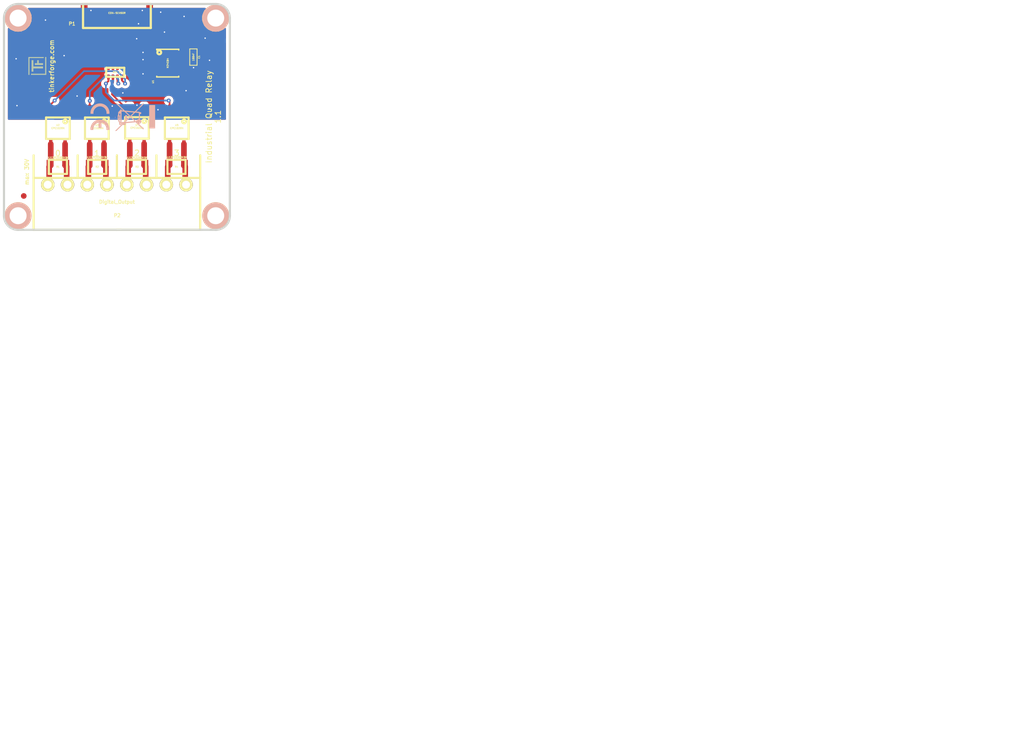
<source format=kicad_pcb>
(kicad_pcb (version 3) (host pcbnew "(2013-07-24 BZR 4024)-stable")
  (title_block (title "Industrial Quad Relay Bricklet") (rev 1.1) (company "Tinkerforge GmbH") (comment 1 "Licensed under CERN OHL v.1.1") (comment 2 "Copyright (©) 2013, B.Nordmeyer <bastian@tinkerforge.com>"))
  (layers (15 Front signal) (0 Back signal) (18 B.Paste user) (19 F.Paste user) (20 B.SilkS user) (21 F.SilkS user) (22 B.Mask user) (23 F.Mask user) (28 Edge.Cuts user))
  (net 0 "")
  (net 1 3V3)
  (net 2 GND)
  (net 3 N-000001)
  (net 4 N-000002)
  (net 5 N-000003)
  (net 6 N-000004)
  (net 7 N-000005)
  (net 8 N-000006)
  (net 9 N-000007)
  (net 10 N-000008)
  (net 11 N-000009)
  (net 12 N-000014)
  (net 13 N-000016)
  (net 14 N-000017)
  (net 15 N-000019)
  (net 16 N-000022)
  (net 17 N-000023)
  (net 18 OUTPUT1)
  (net 19 OUTPUT2)
  (net 20 OUTPUT3)
  (net 21 OUTPUT4)
  (module SOIC8 (layer Front) (at 126.8 48.525 270)
    (fp_text reference U1 (at 3.29946 2.60096 270) (layer F.SilkS) (effects (font (size 0.29972 0.29972) (thickness 0.0762))))
    (fp_text value M24C64 (at 0 0 270) (layer F.SilkS) (effects (font (size 0.29972 0.29972) (thickness 0.0762))))
    (pad 1 smd rect (at -1.90246 2.69748 90) (size 0.59944 1.5494) (layers Front F.Paste F.Mask) (net 2 GND))
    (pad 2 smd rect (at -0.63246 2.69748 90) (size 0.59944 1.5494) (layers Front F.Paste F.Mask) (net 2 GND))
    (pad 3 smd rect (at 0.63246 2.69748 90) (size 0.59944 1.5494) (layers Front F.Paste F.Mask) (net 13 N-000016))
    (pad 4 smd rect (at 1.90246 2.69748 90) (size 0.59944 1.5494) (layers Front F.Paste F.Mask) (net 2 GND))
    (pad 5 smd rect (at 1.90246 -2.69748 270) (size 0.59944 1.5494) (layers Front F.Paste F.Mask) (net 12 N-000014))
    (pad 6 smd rect (at 0.63246 -2.69748 270) (size 0.59944 1.5494) (layers Front F.Paste F.Mask) (net 14 N-000017))
    (pad 7 smd rect (at -0.63246 -2.69748 270) (size 0.59944 1.5494) (layers Front F.Paste F.Mask))
    (pad 8 smd rect (at -1.90246 -2.69748 270) (size 0.59944 1.5494) (layers Front F.Paste F.Mask) (net 1 3V3))
  )
  (module OQ_8P (layer Front) (at 117.80012 70.05066)
    (fp_text reference P2 (at 0.0508 5.45084) (layer F.SilkS) (effects (font (size 0.59944 0.59944) (thickness 0.12446))))
    (fp_text value Digital_Output (at 0 3.05054) (layer F.SilkS) (effects (font (size 0.59944 0.59944) (thickness 0.12446))))
    (pad 2 thru_hole circle (at -8.7503 0) (size 2.4003 2.4003) (drill 1.39954) (layers *.Cu *.Mask F.SilkS) (net 10 N-000008))
    (pad 3 thru_hole circle (at -5.25018 0) (size 2.4003 2.4003) (drill 1.39954) (layers *.Cu *.Mask F.SilkS) (net 8 N-000006))
    (pad 4 thru_hole circle (at -1.75006 0) (size 2.4003 2.4003) (drill 1.39954) (layers *.Cu *.Mask F.SilkS) (net 3 N-000001))
    (pad 1 thru_hole circle (at -12.25042 0) (size 2.4003 2.4003) (drill 1.39954) (layers *.Cu *.Mask F.SilkS) (net 9 N-000007))
    (pad 5 thru_hole circle (at 1.75006 0) (size 2.4003 2.4003) (drill 1.39954) (layers *.Cu *.Mask F.SilkS) (net 6 N-000004))
    (pad 6 thru_hole circle (at 5.25018 0) (size 2.4003 2.4003) (drill 1.39954) (layers *.Cu *.Mask F.SilkS) (net 7 N-000005))
    (pad 7 thru_hole circle (at 8.7503 0) (size 2.4003 2.4003) (drill 1.39954) (layers *.Cu *.Mask F.SilkS) (net 5 N-000003))
    (pad 8 thru_hole circle (at 12.25042 0) (size 2.4003 2.4003) (drill 1.39954) (layers *.Cu *.Mask F.SilkS) (net 15 N-000019))
  )
  (module CON-SENSOR (layer Front) (at 117.80012 38.0492 180)
    (fp_text reference P1 (at 7.9502 -3.50012 180) (layer F.SilkS) (effects (font (size 0.59944 0.59944) (thickness 0.12446))))
    (fp_text value CON-SENSOR (at 0 -1.6002 180) (layer F.SilkS) (effects (font (size 0.29972 0.29972) (thickness 0.07112))))
    (pad 1 smd rect (at -4.50088 -4.7752 180) (size 0.59944 1.5494) (layers Front F.Paste F.Mask))
    (pad 2 smd rect (at -3.50012 -4.7752 180) (size 0.59944 1.5494) (layers Front F.Paste F.Mask) (net 2 GND))
    (pad 3 smd rect (at -2.49936 -4.7752 180) (size 0.59944 1.5494) (layers Front F.Paste F.Mask) (net 1 3V3))
    (pad 4 smd rect (at -1.50114 -4.7752 180) (size 0.59944 1.5494) (layers Front F.Paste F.Mask) (net 14 N-000017))
    (pad 5 smd rect (at -0.50038 -4.7752 180) (size 0.59944 1.5494) (layers Front F.Paste F.Mask) (net 12 N-000014))
    (pad 6 smd rect (at 0.50038 -4.7752 180) (size 0.59944 1.5494) (layers Front F.Paste F.Mask) (net 13 N-000016))
    (pad 7 smd rect (at 1.50114 -4.7752 180) (size 0.59944 1.5494) (layers Front F.Paste F.Mask) (net 18 OUTPUT1))
    (pad 8 smd rect (at 2.49936 -4.7752 180) (size 0.59944 1.5494) (layers Front F.Paste F.Mask) (net 19 OUTPUT2))
    (pad 9 smd rect (at 3.50012 -4.7752 180) (size 0.59944 1.5494) (layers Front F.Paste F.Mask) (net 20 OUTPUT3))
    (pad 10 smd rect (at 4.50088 -4.7752 180) (size 0.59944 1.5494) (layers Front F.Paste F.Mask) (net 21 OUTPUT4))
    (pad EP smd rect (at -5.79882 -0.89916 180) (size 1.19888 1.80086) (layers Front F.Paste F.Mask) (net 2 GND))
    (pad EP smd rect (at 5.79882 -0.89916 180) (size 1.19888 1.80086) (layers Front F.Paste F.Mask) (net 2 GND))
  )
  (module 0603X4 (layer Front) (at 117.5004 50.14976)
    (fp_text reference RP1 (at 0 0) (layer F.SilkS) (effects (font (size 0.29972 0.29972) (thickness 0.0762))))
    (fp_text value 1k (at 0.89916 0) (layer F.SilkS) (effects (font (size 0.29972 0.29972) (thickness 0.0762))))
    (pad 1 smd rect (at 1.19888 -0.8509) (size 0.44958 0.89916) (layers Front F.Paste F.Mask) (net 18 OUTPUT1))
    (pad 2 smd rect (at 0.39878 -0.8509) (size 0.44958 0.89916) (layers Front F.Paste F.Mask) (net 19 OUTPUT2))
    (pad 3 smd rect (at -0.39878 -0.8509) (size 0.44958 0.89916) (layers Front F.Paste F.Mask) (net 20 OUTPUT3))
    (pad 4 smd rect (at -1.19888 -0.8509) (size 0.44958 0.89916) (layers Front F.Paste F.Mask) (net 21 OUTPUT4))
    (pad 5 smd rect (at -1.19888 0.8509) (size 0.44958 0.89916) (layers Front F.Paste F.Mask) (net 11 N-000009))
    (pad 6 smd rect (at -0.39878 0.8509) (size 0.44958 0.89916) (layers Front F.Paste F.Mask) (net 17 N-000023))
    (pad 7 smd rect (at 0.39878 0.8509) (size 0.44958 0.89916) (layers Front F.Paste F.Mask) (net 4 N-000002))
    (pad 8 smd rect (at 1.19888 0.8509) (size 0.44958 0.89916) (layers Front F.Paste F.Mask) (net 16 N-000022))
  )
  (module 0603 (layer Front) (at 131.35 47.45 270)
    (fp_text reference C1 (at 0 -1.00076 270) (layer F.SilkS) (effects (font (size 0.29972 0.29972) (thickness 0.0762))))
    (fp_text value 100nF (at 0 0 270) (layer F.SilkS) (effects (font (size 0.29972 0.29972) (thickness 0.0762))))
    (pad 1 smd rect (at -0.8001 0 270) (size 0.8001 0.8001) (layers Front F.Paste F.Mask) (net 1 3V3))
    (pad 2 smd rect (at 0.8001 0 270) (size 0.8001 0.8001) (layers Front F.Paste F.Mask) (net 2 GND))
  )
  (module 1210 (layer Front) (at 107.35056 66.89852)
    (fp_text reference R1 (at 0 0) (layer F.SilkS) (effects (font (size 0.29972 0.29972) (thickness 0.0762))))
    (fp_text value VJ13PC0300KBA (at 0.0508 -1.64846) (layer F.SilkS) (effects (font (size 0.29972 0.29972) (thickness 0.0762))))
    (pad 1 smd rect (at -1.5494 0) (size 0.89916 2.49936) (layers Front F.Paste F.Mask) (net 9 N-000007) (clearance 0.14986))
    (pad 2 smd rect (at 1.5494 0) (size 0.89916 2.49936) (layers Front F.Paste F.Mask) (net 10 N-000008) (clearance 0.14986))
  )
  (module 1210 (layer Front) (at 114.3 66.89852)
    (fp_text reference R2 (at 0 0) (layer F.SilkS) (effects (font (size 0.29972 0.29972) (thickness 0.0762))))
    (fp_text value VJ13PC0300KBA (at 0 -1.69926) (layer F.SilkS) (effects (font (size 0.29972 0.29972) (thickness 0.0762))))
    (pad 1 smd rect (at -1.5494 0) (size 0.89916 2.49936) (layers Front F.Paste F.Mask) (net 8 N-000006) (clearance 0.14986))
    (pad 2 smd rect (at 1.5494 0) (size 0.89916 2.49936) (layers Front F.Paste F.Mask) (net 3 N-000001) (clearance 0.14986))
  )
  (module 1210 (layer Front) (at 121.35104 66.89852)
    (fp_text reference R3 (at 0 0) (layer F.SilkS) (effects (font (size 0.29972 0.29972) (thickness 0.0762))))
    (fp_text value VJ13PC0300KBA (at 0 -1.64846) (layer F.SilkS) (effects (font (size 0.29972 0.29972) (thickness 0.0762))))
    (pad 1 smd rect (at -1.5494 0) (size 0.89916 2.49936) (layers Front F.Paste F.Mask) (net 6 N-000004) (clearance 0.14986))
    (pad 2 smd rect (at 1.5494 0) (size 0.89916 2.49936) (layers Front F.Paste F.Mask) (net 7 N-000005) (clearance 0.14986))
  )
  (module 1210 (layer Front) (at 128.35128 66.89852)
    (fp_text reference R4 (at 0 0) (layer F.SilkS) (effects (font (size 0.29972 0.29972) (thickness 0.0762))))
    (fp_text value VJ13PC0300KBA (at 0 -1.69926) (layer F.SilkS) (effects (font (size 0.29972 0.29972) (thickness 0.0762))))
    (pad 1 smd rect (at -1.5494 0) (size 0.89916 2.49936) (layers Front F.Paste F.Mask) (net 5 N-000003) (clearance 0.14986))
    (pad 2 smd rect (at 1.5494 0) (size 0.89916 2.49936) (layers Front F.Paste F.Mask) (net 15 N-000019) (clearance 0.14986))
  )
  (module Fiducial_Mark (layer Front) (at 101.30028 72.04964)
    (fp_text reference Fiducial_Mark hide)
    (fp_text value VAL** hide)
    (pad 1 smd circle (at 0 0) (size 1.00076 1.00076) (layers Front F.Mask) (clearance 0.65024))
  )
  (module Fiducial_Mark (layer Front) (at 135.8011 44.54906)
    (fp_text reference Fiducial_Mark hide)
    (fp_text value VAL** hide)
    (pad 1 smd circle (at 0 0) (size 1.00076 1.00076) (layers Front F.Mask) (clearance 0.65024))
  )
  (module Logo_31x31 (layer Front) (at 102.12578 50.59934 90)
    (fp_text reference G*** hide)
    (fp_text value Logo_31x31 hide)
  )
  (module WEEE_7mm (layer Back) (at 121.05 58.05 90)
    (fp_text reference VAL hide)
    (fp_text value WEEE_7mm hide)
  )
  (module CE_5mm (layer Back) (at 114.8 58.05 270)
    (fp_text reference VAL hide)
    (fp_text value CE_5mm hide)
  )
  (module SOP4 (layer Front) (at 107.35056 60.04814)
    (fp_text reference U2 (at 0 -0.55118) (layer F.SilkS) (effects (font (size 0.29972 0.29972) (thickness 0.0762))))
    (fp_text value CPC1020N (at 0 0) (layer F.SilkS) (effects (font (size 0.29972 0.29972) (thickness 0.0762))))
    (pad 1 smd rect (at 1.27 -3.15) (size 0.59944 2) (layers Front F.Paste F.Mask) (net 1 3V3))
    (pad 2 smd rect (at -1.27 -3.15) (size 0.59944 2) (layers Front F.Paste F.Mask) (net 16 N-000022))
    (pad 3 smd rect (at -1.27 3) (size 0.59944 2) (layers Front F.Paste F.Mask) (net 9 N-000007))
    (pad 4 smd rect (at 1.27 3.15) (size 0.59944 2) (layers Front F.Paste F.Mask) (net 10 N-000008))
  )
  (module SOP4 (layer Front) (at 114.2492 60.04814)
    (fp_text reference U3 (at 0 -0.55118) (layer F.SilkS) (effects (font (size 0.29972 0.29972) (thickness 0.0762))))
    (fp_text value CPC1020N (at 0 0) (layer F.SilkS) (effects (font (size 0.29972 0.29972) (thickness 0.0762))))
    (pad 1 smd rect (at 1.27 -3.15) (size 0.59944 2) (layers Front F.Paste F.Mask) (net 1 3V3))
    (pad 2 smd rect (at -1.27 -3.15) (size 0.59944 2) (layers Front F.Paste F.Mask) (net 4 N-000002))
    (pad 3 smd rect (at -1.27 3) (size 0.59944 2) (layers Front F.Paste F.Mask) (net 8 N-000006))
    (pad 4 smd rect (at 1.27 3.15) (size 0.59944 2) (layers Front F.Paste F.Mask) (net 3 N-000001))
  )
  (module SOP4 (layer Front) (at 121.35104 59.99988)
    (fp_text reference U4 (at 0 -0.55118) (layer F.SilkS) (effects (font (size 0.29972 0.29972) (thickness 0.0762))))
    (fp_text value CPC1020N (at 0 0) (layer F.SilkS) (effects (font (size 0.29972 0.29972) (thickness 0.0762))))
    (pad 1 smd rect (at 1.27 -3.15) (size 0.59944 2) (layers Front F.Paste F.Mask) (net 1 3V3))
    (pad 2 smd rect (at -1.27 -3.15) (size 0.59944 2) (layers Front F.Paste F.Mask) (net 17 N-000023))
    (pad 3 smd rect (at -1.27 3) (size 0.59944 2) (layers Front F.Paste F.Mask) (net 6 N-000004))
    (pad 4 smd rect (at 1.27 3.15) (size 0.59944 2) (layers Front F.Paste F.Mask) (net 7 N-000005))
  )
  (module SOP4 (layer Front) (at 128.39954 60.04814)
    (fp_text reference U5 (at 0 -0.55118) (layer F.SilkS) (effects (font (size 0.29972 0.29972) (thickness 0.0762))))
    (fp_text value CPC1020N (at 0 0) (layer F.SilkS) (effects (font (size 0.29972 0.29972) (thickness 0.0762))))
    (pad 1 smd rect (at 1.27 -3.15) (size 0.59944 2) (layers Front F.Paste F.Mask) (net 1 3V3))
    (pad 2 smd rect (at -1.27 -3.15) (size 0.59944 2) (layers Front F.Paste F.Mask) (net 11 N-000009))
    (pad 3 smd rect (at -1.27 3) (size 0.59944 2) (layers Front F.Paste F.Mask) (net 5 N-000003))
    (pad 4 smd rect (at 1.27 3.15) (size 0.59944 2) (layers Front F.Paste F.Mask) (net 15 N-000019))
  )
  (module DRILL_NP (layer Front) (at 100.29952 75.54976)
    (fp_text reference U6 hide)
    (fp_text value DRILL hide)
    (pad "" thru_hole circle (at 0 0) (size 2.99974 2.99974) (drill 2.99974) (layers *.Cu *.SilkS *.Mask) (clearance 0.89916))
  )
  (module DRILL_NP (layer Front) (at 100.29952 40.54856)
    (fp_text reference U7 hide)
    (fp_text value DRILL hide)
    (pad "" thru_hole circle (at 0 0) (size 2.99974 2.99974) (drill 2.99974) (layers *.Cu *.SilkS *.Mask) (clearance 0.89916))
  )
  (module DRILL_NP (layer Front) (at 135.30072 40.54856)
    (fp_text reference U8 hide)
    (fp_text value DRILL hide)
    (pad "" thru_hole circle (at 0 0) (size 2.99974 2.99974) (drill 2.99974) (layers *.Cu *.SilkS *.Mask) (clearance 0.89916))
  )
  (module DRILL_NP (layer Front) (at 135.30072 75.54976)
    (fp_text reference U9 hide)
    (fp_text value DRILL hide)
    (pad "" thru_hole circle (at 0 0) (size 2.99974 2.99974) (drill 2.99974) (layers *.Cu *.SilkS *.Mask) (clearance 0.89916))
  )
  (gr_text "max 30V" (at 101.84892 67.80022 90) (layer F.SilkS) (effects (font (size 0.70104 0.70104) (thickness 0.14986))))
  (gr_line (start 132.5499 68.84924) (end 132.5499 64.84874) (angle 90) (layer F.SilkS) (width 0.381))
  (gr_line (start 124.80036 68.84924) (end 124.80036 64.84874) (angle 90) (layer F.SilkS) (width 0.381))
  (gr_line (start 117.80012 68.84924) (end 117.80012 64.84874) (angle 90) (layer F.SilkS) (width 0.381))
  (gr_line (start 110.85068 68.84924) (end 110.85068 64.84874) (angle 90) (layer F.SilkS) (width 0.381))
  (gr_line (start 103.05034 68.84924) (end 103.05034 64.84874) (angle 90) (layer F.SilkS) (width 0.381))
  (gr_text 3 (at 128.39954 64.44996) (layer F.SilkS) (effects (font (size 1.00076 1.00076) (thickness 0.14986))))
  (gr_text 2 (at 121.35104 64.44996) (layer F.SilkS) (effects (font (size 1.00076 1.00076) (thickness 0.14986))))
  (gr_text 1 (at 114.2492 64.49822) (layer F.SilkS) (effects (font (size 1.00076 1.00076) (thickness 0.14986))))
  (gr_text 0 (at 107.35056 64.49822) (layer F.SilkS) (effects (font (size 1.00076 1.00076) (thickness 0.14986))))
  (gr_text "Industrial Quad Relay\n1.1" (at 134.9 58.025 90) (layer F.SilkS) (effects (font (size 1 1))))
  (gr_text tinkerforge.com (at 106.25074 49.04994 90) (layer F.SilkS) (effects (font (size 0.8001 0.8001) (thickness 0.14986))))
  (gr_arc (start 100.29952 40.5511) (end 97.80016 40.5511) (angle 90) (layer Edge.Cuts) (width 0.381))
  (gr_arc (start 100.29952 75.54976) (end 100.29952 78.04912) (angle 90) (layer Edge.Cuts) (width 0.381))
  (gr_arc (start 135.29818 75.54976) (end 137.80008 75.54976) (angle 90) (layer Edge.Cuts) (width 0.381))
  (gr_arc (start 135.29818 40.5511) (end 135.29818 38.0492) (angle 90) (layer Edge.Cuts) (width 0.381))
  (gr_line (start 97.80016 40.5511) (end 97.80016 75.54976) (angle 90) (layer Edge.Cuts) (width 0.381))
  (gr_line (start 135.30072 38.0492) (end 100.29952 38.0492) (angle 90) (layer Edge.Cuts) (width 0.381))
  (gr_line (start 137.80262 75.54976) (end 137.80262 40.5511) (angle 90) (layer Edge.Cuts) (width 0.381))
  (gr_line (start 100.29952 78.04912) (end 135.30072 78.04912) (angle 90) (layer Edge.Cuts) (width 0.381))
  (segment (start 131.35 46.6499) (end 132.1749 46.6499) (width 0.29972) (layer Front) (net 1))
  (segment (start 130.55186 56.89814) (end 129.66954 56.89814) (width 0.29972) (layer Front) (net 1))
  (segment (start 132.975 54.475) (end 130.55186 56.89814) (width 0.29972) (layer Front) (net 1))
  (segment (start 132.975 47.45) (end 132.975 54.475) (width 0.29972) (layer Front) (net 1))
  (segment (start 132.1749 46.6499) (end 132.975 47.45) (width 0.29972) (layer Front) (net 1))
  (segment (start 131.35 46.6499) (end 129.52484 46.6499) (width 0.29972) (layer Front) (net 1))
  (segment (start 129.52484 46.6499) (end 129.49748 46.62254) (width 0.29972) (layer Front) (net 1))
  (segment (start 120.29948 42.8244) (end 120.29948 41.85052) (width 0.29972) (layer Front) (net 1))
  (segment (start 131.35 45.45) (end 131.35 46.6499) (width 0.29972) (layer Front) (net 1))
  (segment (start 126.725 40.825) (end 131.35 45.45) (width 0.29972) (layer Front) (net 1))
  (segment (start 121.325 40.825) (end 126.725 40.825) (width 0.29972) (layer Front) (net 1))
  (segment (start 120.29948 41.85052) (end 121.325 40.825) (width 0.29972) (layer Front) (net 1))
  (segment (start 129.05 58.375) (end 129.225 58.375) (width 0.29972) (layer Front) (net 1))
  (segment (start 129.05 58.375) (end 122.875 58.375) (width 0.29972) (layer Front) (net 1))
  (segment (start 129.225 58.375) (end 129.66954 57.93046) (width 0.29972) (layer Front) (net 1))
  (segment (start 129.66954 57.93046) (end 129.66954 56.89814) (width 0.29972) (layer Front) (net 1))
  (segment (start 115.925 58.375) (end 108.875 58.375) (width 0.29972) (layer Front) (net 1))
  (segment (start 108.62056 58.12056) (end 108.62056 56.89814) (width 0.29972) (layer Front) (net 1))
  (segment (start 108.875 58.375) (end 108.62056 58.12056) (width 0.29972) (layer Front) (net 1))
  (segment (start 122.875 58.375) (end 115.925 58.375) (width 0.29972) (layer Front) (net 1))
  (segment (start 115.5192 57.9692) (end 115.5192 56.89814) (width 0.29972) (layer Front) (net 1))
  (segment (start 115.925 58.375) (end 115.5192 57.9692) (width 0.29972) (layer Front) (net 1))
  (segment (start 122.62104 58.12104) (end 122.62104 56.84988) (width 0.29972) (layer Front) (net 1))
  (segment (start 122.875 58.375) (end 122.62104 58.12104) (width 0.29972) (layer Front) (net 1))
  (segment (start 122.425 50.425) (end 122.425 53.75) (width 0.29972) (layer Front) (net 2))
  (via (at 125.075 56.775) (size 0.70104) (layers Front Back) (net 2))
  (segment (start 125.075 56.4) (end 125.075 56.775) (width 0.29972) (layer Front) (net 2))
  (segment (start 122.425 53.75) (end 125.075 56.4) (width 0.29972) (layer Front) (net 2))
  (segment (start 122.425 50.425) (end 122.425 52.05) (width 0.29972) (layer Back) (net 2))
  (via (at 118.85 53.8) (size 0.70104) (layers Front Back) (net 2))
  (segment (start 120.675 53.8) (end 118.85 53.8) (width 0.29972) (layer Back) (net 2))
  (segment (start 122.425 52.05) (end 120.675 53.8) (width 0.29972) (layer Back) (net 2))
  (segment (start 129.7 40.25) (end 129 40.25) (width 0.29972) (layer Back) (net 2))
  (via (at 126.225 43.025) (size 0.70104) (layers Front Back) (net 2))
  (segment (start 129 40.25) (end 126.225 43.025) (width 0.29972) (layer Back) (net 2))
  (segment (start 125.55 39.5) (end 122.60118 39.5) (width 0.29972) (layer Back) (net 2))
  (segment (start 122.425 51.9) (end 123.925 53.4) (width 0.29972) (layer Front) (net 2))
  (segment (start 123.925 53.4) (end 130.05 53.4) (width 0.29972) (layer Front) (net 2))
  (via (at 130.05 53.4) (size 0.70104) (layers Front Back) (net 2))
  (segment (start 130.05 53.4) (end 133.25 56.6) (width 0.29972) (layer Back) (net 2))
  (segment (start 133.25 56.6) (end 134.125 56.6) (width 0.29972) (layer Back) (net 2))
  (via (at 134.125 56.6) (size 0.70104) (layers Front Back) (net 2))
  (segment (start 134.125 56.6) (end 134.2 56.525) (width 0.29972) (layer Front) (net 2))
  (segment (start 134.2 56.525) (end 134.2 48.025) (width 0.29972) (layer Front) (net 2))
  (via (at 134.2 48.025) (size 0.70104) (layers Front Back) (net 2))
  (segment (start 134.2 48.025) (end 133.425 47.25) (width 0.29972) (layer Back) (net 2))
  (segment (start 133.425 47.25) (end 133.425 44.1) (width 0.29972) (layer Back) (net 2))
  (via (at 133.425 44.1) (size 0.70104) (layers Front Back) (net 2))
  (segment (start 133.425 44.1) (end 129.7 40.375) (width 0.29972) (layer Front) (net 2))
  (segment (start 129.7 40.375) (end 129.7 40.25) (width 0.29972) (layer Front) (net 2))
  (via (at 129.7 40.25) (size 0.70104) (layers Front Back) (net 2))
  (segment (start 129.7 40.25) (end 128.95 39.5) (width 0.29972) (layer Back) (net 2))
  (segment (start 128.95 39.5) (end 125.55 39.5) (width 0.29972) (layer Back) (net 2))
  (via (at 125.55 39.5) (size 0.70104) (layers Front Back) (net 2))
  (segment (start 122.425 50.425) (end 122.425 51.9) (width 0.29972) (layer Front) (net 2))
  (segment (start 122.60118 39.5) (end 122.301 39.19982) (width 0.29972) (layer Back) (net 2))
  (segment (start 121.30024 42.8244) (end 121.30024 41.87476) (width 0.29972) (layer Front) (net 2))
  (segment (start 121.30024 41.87476) (end 121.625 41.55) (width 0.29972) (layer Front) (net 2))
  (via (at 121.625 41.55) (size 0.70104) (layers Front Back) (net 2))
  (segment (start 121.625 41.55) (end 122.301 40.874) (width 0.29972) (layer Back) (net 2))
  (segment (start 122.301 40.874) (end 122.301 39.19982) (width 0.29972) (layer Back) (net 2))
  (segment (start 122.425 47.9) (end 122.425 50.425) (width 0.29972) (layer Back) (net 2))
  (segment (start 122.42746 50.42746) (end 124.10252 50.42746) (width 0.29972) (layer Front) (net 2))
  (segment (start 122.425 50.425) (end 122.42746 50.42746) (width 0.29972) (layer Front) (net 2))
  (via (at 122.425 50.425) (size 0.70104) (layers Front Back) (net 2))
  (segment (start 124.10252 46.62254) (end 122.42746 46.62254) (width 0.29972) (layer Front) (net 2))
  (segment (start 122.425 46.625) (end 122.425 47.9) (width 0.29972) (layer Back) (net 2))
  (via (at 122.425 46.625) (size 0.70104) (layers Front Back) (net 2))
  (segment (start 122.42746 46.62254) (end 122.425 46.625) (width 0.29972) (layer Front) (net 2))
  (segment (start 131.35 48.2501) (end 131.35 49.3) (width 0.29972) (layer Front) (net 2))
  (segment (start 122.43246 47.89254) (end 124.10252 47.89254) (width 0.29972) (layer Front) (net 2))
  (segment (start 122.425 47.9) (end 122.43246 47.89254) (width 0.29972) (layer Front) (net 2))
  (via (at 122.425 47.9) (size 0.70104) (layers Front Back) (net 2))
  (segment (start 129.95 47.9) (end 122.425 47.9) (width 0.29972) (layer Back) (net 2))
  (segment (start 131.375 49.325) (end 129.95 47.9) (width 0.29972) (layer Back) (net 2))
  (via (at 131.375 49.325) (size 0.70104) (layers Front Back) (net 2))
  (segment (start 131.35 49.3) (end 131.375 49.325) (width 0.29972) (layer Front) (net 2))
  (via (at 122.301 39.19982) (size 0.70104) (layers Front Back) (net 2))
  (segment (start 123.59894 39.19982) (end 122.301 39.19982) (width 0.29972) (layer Front) (net 2))
  (segment (start 121.30024 42.8244) (end 121.30024 44.19854) (width 0.29972) (layer Front) (net 2))
  (segment (start 112.0013 38.94836) (end 107.10164 38.94836) (width 0.29972) (layer Front) (net 2))
  (segment (start 107.10164 38.94836) (end 105.15092 40.89908) (width 0.29972) (layer Front) (net 2))
  (segment (start 105.15092 40.89908) (end 105.15092 41.148) (width 0.29972) (layer Front) (net 2))
  (segment (start 113.20018 39.19982) (end 122.301 39.19982) (width 0.29972) (layer Back) (net 2))
  (via (at 113.20018 39.19982) (size 0.70104) (layers Front Back) (net 2))
  (segment (start 112.0013 39.19982) (end 113.20018 39.19982) (width 0.29972) (layer Front) (net 2))
  (segment (start 121.30024 44.19854) (end 111.45012 44.19854) (width 0.29972) (layer Back) (net 2))
  (via (at 121.30024 44.19854) (size 0.70104) (layers Front Back) (net 2))
  (via (at 108.45038 47.19828) (size 0.70104) (layers Front Back) (net 2))
  (segment (start 111.45012 44.19854) (end 108.45038 47.19828) (width 0.29972) (layer Back) (net 2))
  (segment (start 110.74908 54.34838) (end 115.1001 54.34838) (width 0.29972) (layer Front) (net 2))
  (segment (start 102.39756 56.05018) (end 104.09936 54.34838) (width 0.29972) (layer Front) (net 2))
  (segment (start 104.09936 54.34838) (end 110.74908 54.34838) (width 0.29972) (layer Front) (net 2))
  (via (at 110.74908 54.34838) (size 0.70104) (layers Front Back) (net 2))
  (segment (start 105.15092 40.89908) (end 105.15092 42.54754) (width 0.29972) (layer Front) (net 2))
  (via (at 105.15092 40.89908) (size 0.70104) (layers Front Back) (net 2))
  (via (at 100.1014 56.05018) (size 0.70104) (layers Front Back) (net 2))
  (segment (start 115.1001 54.34838) (end 116.975 56.125) (width 0.29972) (layer Front) (net 2))
  (via (at 116.975 56.125) (size 0.70104) (layers Front Back) (net 2))
  (segment (start 116.975 56.125) (end 116.7511 55.99938) (width 0.29972) (layer Back) (net 2))
  (segment (start 116.7511 55.99938) (end 121.35 55.975) (width 0.29972) (layer Back) (net 2))
  (via (at 121.35 55.975) (size 0.70104) (layers Front Back) (net 2))
  (segment (start 100.1014 56.05018) (end 102.39756 56.05018) (width 0.29972) (layer Front) (net 2))
  (segment (start 105.15092 42.54754) (end 99.949 47.74946) (width 0.29972) (layer Front) (net 2))
  (via (at 99.949 47.74946) (size 0.70104) (layers Front Back) (net 2))
  (segment (start 99.949 47.74946) (end 100.1014 47.90186) (width 0.29972) (layer Back) (net 2))
  (segment (start 100.1014 47.90186) (end 100.1014 56.05018) (width 0.29972) (layer Back) (net 2))
  (segment (start 115.8494 69.85) (end 116.05006 70.05066) (width 1.00076) (layer Front) (net 3))
  (segment (start 115.8494 66.89852) (end 115.8494 69.85) (width 1.00076) (layer Front) (net 3))
  (segment (start 115.5192 66.56832) (end 115.8494 66.89852) (width 1.00076) (layer Front) (net 3))
  (segment (start 115.5192 62.84722) (end 115.5192 66.56832) (width 1.00076) (layer Front) (net 3))
  (segment (start 112.9792 56.89814) (end 112.9792 55.2208) (width 0.29972) (layer Front) (net 4))
  (segment (start 112.99952 55.19952) (end 112.99952 53.54828) (width 0.29972) (layer Back) (net 4))
  (segment (start 113 55.2) (end 112.99952 55.19952) (width 0.29972) (layer Back) (net 4))
  (via (at 113 55.2) (size 0.70104) (layers Front Back) (net 4))
  (segment (start 112.9792 55.2208) (end 113 55.2) (width 0.29972) (layer Front) (net 4))
  (segment (start 118.04904 51.3969) (end 117.5004 50.84826) (width 0.29972) (layer Back) (net 4))
  (segment (start 117.5004 50.84826) (end 115.69954 50.84826) (width 0.29972) (layer Back) (net 4))
  (segment (start 115.69954 50.84826) (end 112.99952 53.54828) (width 0.29972) (layer Back) (net 4))
  (segment (start 117.89918 51.00066) (end 117.89918 51.99888) (width 0.29972) (layer Front) (net 4))
  (via (at 118.04904 52.14874) (size 0.70104) (layers Front Back) (net 4))
  (segment (start 117.89918 51.99888) (end 118.04904 52.14874) (width 0.29972) (layer Front) (net 4))
  (segment (start 118.04904 52.14874) (end 118.04904 51.3969) (width 0.29972) (layer Back) (net 4))
  (segment (start 127.12954 66.57086) (end 126.80188 66.89852) (width 1.00076) (layer Front) (net 5))
  (segment (start 127.12954 62.84722) (end 127.12954 66.57086) (width 1.00076) (layer Front) (net 5))
  (segment (start 126.80188 69.7992) (end 126.55042 70.05066) (width 1.00076) (layer Front) (net 5))
  (segment (start 126.80188 66.89852) (end 126.80188 69.7992) (width 1.00076) (layer Front) (net 5))
  (segment (start 119.80164 66.89852) (end 119.80164 69.7992) (width 1.00076) (layer Front) (net 6))
  (segment (start 119.80164 69.7992) (end 119.55018 70.05066) (width 1.00076) (layer Front) (net 6))
  (segment (start 120.08104 62.79896) (end 120.08104 66.61912) (width 1.00076) (layer Front) (net 6))
  (segment (start 120.08104 66.61912) (end 119.80164 66.89852) (width 1.00076) (layer Front) (net 6))
  (segment (start 122.90044 66.89852) (end 122.90044 69.9008) (width 1.00076) (layer Front) (net 7))
  (segment (start 122.90044 69.9008) (end 123.0503 70.05066) (width 1.00076) (layer Front) (net 7))
  (segment (start 122.62104 62.79896) (end 122.62104 66.61912) (width 1.00076) (layer Front) (net 7))
  (segment (start 122.62104 66.61912) (end 122.90044 66.89852) (width 1.00076) (layer Front) (net 7))
  (segment (start 112.9792 66.66992) (end 112.7506 66.89852) (width 1.00076) (layer Front) (net 8))
  (segment (start 112.9792 62.84722) (end 112.9792 66.66992) (width 1.00076) (layer Front) (net 8))
  (segment (start 112.7506 69.85) (end 112.54994 70.05066) (width 1.00076) (layer Front) (net 8))
  (segment (start 112.7506 66.89852) (end 112.7506 69.85) (width 1.00076) (layer Front) (net 8))
  (segment (start 106.08056 66.61912) (end 105.80116 66.89852) (width 1.00076) (layer Front) (net 9))
  (segment (start 106.08056 62.84722) (end 106.08056 66.61912) (width 1.00076) (layer Front) (net 9))
  (segment (start 105.80116 69.7992) (end 105.5497 70.05066) (width 1.00076) (layer Front) (net 9))
  (segment (start 105.80116 66.89852) (end 105.80116 69.7992) (width 1.00076) (layer Front) (net 9))
  (segment (start 108.62056 66.61912) (end 108.89996 66.89852) (width 1.00076) (layer Front) (net 10))
  (segment (start 108.62056 62.84722) (end 108.62056 66.61912) (width 1.00076) (layer Front) (net 10))
  (segment (start 108.89996 69.9008) (end 109.04982 70.05066) (width 1.00076) (layer Front) (net 10))
  (segment (start 108.89996 66.89852) (end 108.89996 69.9008) (width 1.00076) (layer Front) (net 10))
  (segment (start 127.12954 56.89814) (end 127.12954 55.30454) (width 0.29972) (layer Front) (net 11))
  (segment (start 126.97348 55.14848) (end 126.29896 55.14848) (width 0.29972) (layer Back) (net 11))
  (segment (start 126.975 55.15) (end 126.97348 55.14848) (width 0.29972) (layer Back) (net 11))
  (via (at 126.975 55.15) (size 0.70104) (layers Front Back) (net 11))
  (segment (start 127.12954 55.30454) (end 126.975 55.15) (width 0.29972) (layer Front) (net 11))
  (segment (start 115.8494 53.69814) (end 117.29974 55.14848) (width 0.29972) (layer Back) (net 11))
  (segment (start 117.29974 55.14848) (end 126.29896 55.14848) (width 0.29972) (layer Back) (net 11))
  (segment (start 116.30152 51.00066) (end 116.30152 51.69662) (width 0.29972) (layer Front) (net 11))
  (via (at 115.8494 52.14874) (size 0.70104) (layers Front Back) (net 11))
  (segment (start 116.30152 51.69662) (end 115.8494 52.14874) (width 0.29972) (layer Front) (net 11))
  (segment (start 115.8494 52.14874) (end 115.8494 53.69814) (width 0.29972) (layer Back) (net 11))
  (segment (start 118.3005 42.8244) (end 118.3005 43.9505) (width 0.29972) (layer Front) (net 12))
  (segment (start 128.07746 50.42746) (end 129.49748 50.42746) (width 0.29972) (layer Front) (net 12))
  (segment (start 127.075 49.425) (end 128.07746 50.42746) (width 0.29972) (layer Front) (net 12))
  (segment (start 127.075 46.825) (end 127.075 49.425) (width 0.29972) (layer Front) (net 12))
  (segment (start 125.95 45.7) (end 127.075 46.825) (width 0.29972) (layer Front) (net 12))
  (segment (start 120.05 45.7) (end 125.95 45.7) (width 0.29972) (layer Front) (net 12))
  (segment (start 118.3005 43.9505) (end 120.05 45.7) (width 0.29972) (layer Front) (net 12))
  (segment (start 124.10252 49.15746) (end 122.33246 49.15746) (width 0.29972) (layer Front) (net 13))
  (segment (start 117.29974 44.12474) (end 117.29974 42.8244) (width 0.29972) (layer Front) (net 13))
  (segment (start 122.33246 49.15746) (end 117.29974 44.12474) (width 0.29972) (layer Front) (net 13))
  (segment (start 129.49748 49.15746) (end 128.65746 49.15746) (width 0.29972) (layer Front) (net 14))
  (segment (start 119.30126 44.12626) (end 119.30126 42.8244) (width 0.29972) (layer Front) (net 14))
  (segment (start 120.15 44.975) (end 119.30126 44.12626) (width 0.29972) (layer Front) (net 14))
  (segment (start 126.775 44.975) (end 120.15 44.975) (width 0.29972) (layer Front) (net 14))
  (segment (start 128.025 46.225) (end 126.775 44.975) (width 0.29972) (layer Front) (net 14))
  (segment (start 128.025 48.525) (end 128.025 46.225) (width 0.29972) (layer Front) (net 14))
  (segment (start 128.65746 49.15746) (end 128.025 48.525) (width 0.29972) (layer Front) (net 14))
  (segment (start 129.66954 66.66738) (end 129.90068 66.89852) (width 1.00076) (layer Front) (net 15))
  (segment (start 129.66954 62.84722) (end 129.66954 66.66738) (width 1.00076) (layer Front) (net 15))
  (segment (start 129.90068 69.9008) (end 130.05054 70.05066) (width 1.00076) (layer Front) (net 15))
  (segment (start 129.90068 66.89852) (end 129.90068 69.9008) (width 1.00076) (layer Front) (net 15))
  (segment (start 106.08056 56.89814) (end 106.08056 55.84444) (width 0.29972) (layer Front) (net 16))
  (segment (start 111.9759 49.9491) (end 112.0013 49.9491) (width 0.29972) (layer Back) (net 16))
  (segment (start 106.775 55.15) (end 111.9759 49.9491) (width 0.29972) (layer Back) (net 16))
  (via (at 106.775 55.15) (size 0.70104) (layers Front Back) (net 16))
  (segment (start 106.08056 55.84444) (end 106.775 55.15) (width 0.29972) (layer Front) (net 16))
  (segment (start 119.25046 51.34864) (end 117.85092 49.9491) (width 0.29972) (layer Back) (net 16))
  (segment (start 117.85092 49.9491) (end 112.0013 49.9491) (width 0.29972) (layer Back) (net 16))
  (segment (start 118.69928 51.00066) (end 118.69928 51.59756) (width 0.29972) (layer Front) (net 16))
  (via (at 119.25046 52.14874) (size 0.70104) (layers Front Back) (net 16))
  (segment (start 118.69928 51.59756) (end 119.25046 52.14874) (width 0.29972) (layer Front) (net 16))
  (segment (start 119.25046 52.14874) (end 119.25046 51.34864) (width 0.29972) (layer Back) (net 16))
  (segment (start 116.94922 52.14874) (end 116.94922 54.06898) (width 0.29972) (layer Front) (net 17))
  (segment (start 117.10162 51.99634) (end 116.94922 52.14874) (width 0.29972) (layer Front) (net 17))
  (segment (start 117.10162 51.00066) (end 117.10162 51.99634) (width 0.29972) (layer Front) (net 17))
  (segment (start 116.94922 54.06898) (end 120.08104 57.2008) (width 0.29972) (layer Front) (net 17))
  (segment (start 118.69928 49.29886) (end 118.69928 46.89856) (width 0.29972) (layer Front) (net 18))
  (segment (start 118.69928 46.89856) (end 116.29898 44.49826) (width 0.29972) (layer Front) (net 18))
  (segment (start 116.29898 44.49826) (end 116.29898 42.8244) (width 0.29972) (layer Front) (net 18))
  (segment (start 117.89918 49.29886) (end 117.89918 47.44974) (width 0.29972) (layer Front) (net 19))
  (segment (start 115.30076 44.85132) (end 115.30076 42.8244) (width 0.29972) (layer Front) (net 19))
  (segment (start 117.89918 47.44974) (end 115.30076 44.85132) (width 0.29972) (layer Front) (net 19))
  (segment (start 117.10162 49.29886) (end 117.10162 48.14824) (width 0.29972) (layer Front) (net 20))
  (segment (start 114.3 45.34662) (end 114.3 42.8244) (width 0.29972) (layer Front) (net 20))
  (segment (start 117.10162 48.14824) (end 114.3 45.34662) (width 0.29972) (layer Front) (net 20))
  (segment (start 116.30152 49.29886) (end 116.30152 49.04994) (width 0.29972) (layer Front) (net 21))
  (segment (start 113.29924 46.04766) (end 113.29924 42.8244) (width 0.29972) (layer Front) (net 21))
  (segment (start 116.30152 49.04994) (end 113.29924 46.04766) (width 0.29972) (layer Front) (net 21))
  (zone (net 2) (net_name GND) (layer Front) (connect_pads (clearance 0.5)) (min_thickness 0.254) (fill (arc_segments 16) (thermal_gap 0.5) (thermal_bridge_width 0.5))
    (polygon (pts (xy 137.80008 58.54954) (xy 137.80008 38.0492) (xy 97.80016 38.0492) (xy 97.80016 58.54954)))
  )
  (zone (net 2) (net_name GND) (layer Back) (connect_pads (clearance 0.5)) (min_thickness 0.254) (fill (arc_segments 16) (thermal_gap 0.5) (thermal_bridge_width 0.5))
    (polygon (pts (xy 137.80008 58.54954) (xy 137.80008 38.0492) (xy 97.80016 38.0492) (xy 97.80016 58.54954)))
  )
)
</source>
